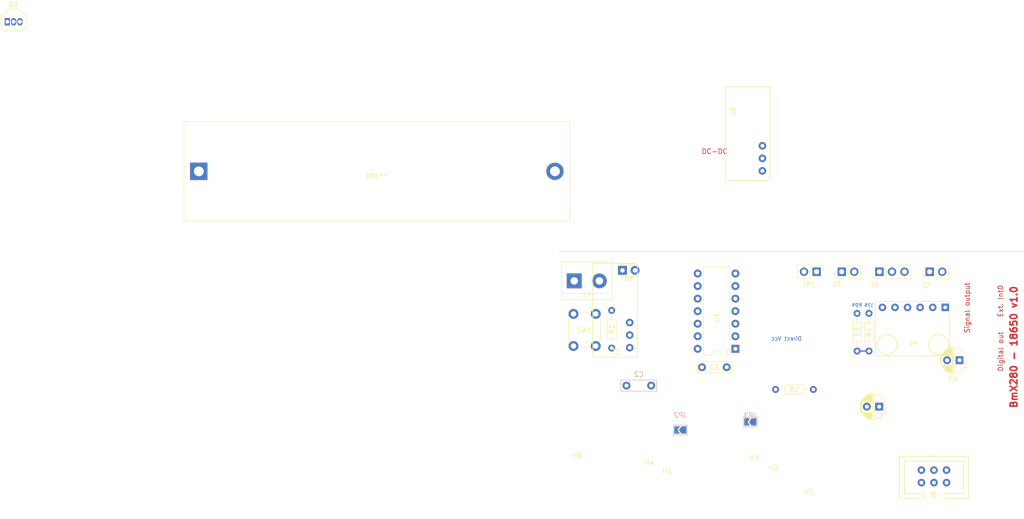
<source format=kicad_pcb>
(kicad_pcb (version 20211014) (generator pcbnew)
  (title_block (title "TinySensor Board") (date "2018-11-11") (rev "1.1"))
  (layers (0 "F.Cu" signal) (31 "B.Cu" signal) (34 "B.Paste" user) (35 "F.Paste" user) (36 "B.SilkS" user "B.Silkscreen") (37 "F.SilkS" user "F.Silkscreen") (38 "B.Mask" user) (39 "F.Mask" user) (44 "Edge.Cuts" user))
  (net 0 "")
  (net 1 "/SCL")
  (net 2 "/LED_OUT")
  (net 3 "/TX_RADIO")
  (net 4 "/SDA")
  (net 5 "GND")
  (net 6 "+BATT")
  (net 7 "/RESET")
  (net 8 "/OneWire")
  (net 9 "/MISO")
  (net 10 "VDD")
  (net 11 "Net-(JP1-Pad2)")
  (net 12 "VCC")
  (net 13 "/SENSOR_VCC")
  (net 14 "/INT0")
  (net 15 "Net-(D1-Pad1)")
  (net 16 "/DIGITAL_OUT")
  (net 18 "Net-(J8-Pad2)")
  (net 19 "Net-(U1-Pad13)")
  (footprint "Package_DIP:DIP-14_W7.62mm" (layer "F.Cu") (at 148.69176 67.69092 180)
    (fp_text reference "U1" (at 3.81 6.35 90) (layer "F.SilkS"))
    (fp_text value "ATtiny84A-PU")
    (fp_line (start 6.46 16.57) (end 6.46 -1.33) (layer "F.SilkS") (width 0.12))
    (fp_line (start 6.46 -1.33) (end 4.81 -1.33) (layer "F.SilkS") (width 0.12))
    (fp_line (start 1.16 -1.33) (end 1.16 16.57) (layer "F.SilkS") (width 0.12))
    (fp_line (start 1.16 16.57) (end 6.46 16.57) (layer "F.SilkS") (width 0.12))
    (fp_line (start 2.81 -1.33) (end 1.16 -1.33) (layer "F.SilkS") (width 0.12))
    (fp_arc (start 4.81 -1.33) (mid 3.81 -0.33) (end 2.81 -1.33) (layer "F.SilkS") (width 0.12))
    (pad "1" thru_hole rect (at 0 0 180) (size 1.6 1.6) (drill 0.8) (layers *.Cu *.Mask) (net 12 "VCC"))
    (pad "2" thru_hole oval (at 0 2.54 180) (size 1.6 1.6) (drill 0.8) (layers *.Cu *.Mask) (net 3 "/TX_RADIO"))
    (pad "3" thru_hole oval (at 0 5.08 180) (size 1.6 1.6) (drill 0.8) (layers *.Cu *.Mask) (net 2 "/LED_OUT"))
    (pad "4" thru_hole oval (at 0 7.62 180) (size 1.6 1.6) (drill 0.8) (layers *.Cu *.Mask) (net 7 "/RESET"))
    (pad "5" thru_hole oval (at 0 10.16 180) (size 1.6 1.6) (drill 0.8) (layers *.Cu *.Mask) (net 14 "/INT0"))
    (pad "6" thru_hole oval (at 0 12.7 180) (size 1.6 1.6) (drill 0.8) (layers *.Cu *.Mask) (net 16 "/DIGITAL_OUT"))
    (pad "7" thru_hole oval (at 0 15.24 180) (size 1.6 1.6) (drill 0.8) (layers *.Cu *.Mask) (net 4 "/SDA"))
    (pad "8" thru_hole oval (at 7.62 15.24 180) (size 1.6 1.6) (drill 0.8) (layers *.Cu *.Mask) (net 9 "/MISO"))
    (pad "9" thru_hole oval (at 7.62 12.7 180) (size 1.6 1.6) (drill 0.8) (layers *.Cu *.Mask) (net 1 "/SCL"))
    (pad "10" thru_hole oval (at 7.62 10.16 180) (size 1.6 1.6) (drill 0.8) (layers *.Cu *.Mask) (net 8 "/OneWire"))
    (pad "11" thru_hole oval (at 7.62 7.62 180) (size 1.6 1.6) (drill 0.8) (layers *.Cu *.Mask) (net 13 "/SENSOR_VCC"))
    (pad "12" thru_hole oval (at 7.62 5.08 180) (size 1.6 1.6) (drill 0.8) (layers *.Cu *.Mask) (net 6 "+BATT"))
    (pad "13" thru_hole oval (at 7.62 2.54 180) (size 1.6 1.6) (drill 0.8) (layers *.Cu *.Mask) (net 19 "Net-(U1-Pad13)"))
    (pad "14" thru_hole oval (at 7.62 0 180) (size 1.6 1.6) (drill 0.8) (layers *.Cu *.Mask) (net 5 "GND"))
  )
  (footprint "Connector_PinHeader_2.54mm:PinHeader_1x03_P2.54mm_Vertical" (layer "F.Cu") (at 177.81016 52.09032 90)
    (fp_text reference "J5" (at -2.6416 -0.9398 180) (layer "F.SilkS"))
    (fp_text value "Radio emitter")
    (fp_line (start -1.33 0) (end -1.33 -1.33) (layer "F.SilkS") (width 0.12))
    (fp_line (start -1.33 1.27) (end -1.33 6.41) (layer "F.SilkS") (width 0.12))
    (fp_line (start -1.33 1.27) (end 1.33 1.27) (layer "F.SilkS") (width 0.12))
    (fp_line (start -1.33 6.41) (end 1.33 6.41) (layer "F.SilkS") (width 0.12))
    (fp_line (start 1.33 1.27) (end 1.33 6.41) (layer "F.SilkS") (width 0.12))
    (fp_line (start -1.33 -1.33) (end 0 -1.33) (layer "F.SilkS") (width 0.12))
    (pad "1" thru_hole rect (at 0 0 90) (size 1.7 1.7) (drill 1) (layers *.Cu *.Mask) (net 5 "GND"))
    (pad "2" thru_hole oval (at 0 2.54 90) (size 1.7 1.7) (drill 1) (layers *.Cu *.Mask) (net 10 "VDD"))
    (pad "3" thru_hole oval (at 0 5.08 90) (size 1.7 1.7) (drill 1) (layers *.Cu *.Mask) (net 3 "/TX_RADIO"))
  )
  (footprint "TinySensor lib:BMx280_breakout" (layer "F.Cu") (at 186.03976 63.11392 180)
    (fp_text reference "J4" (at 1.31664 -3.35772) (layer "F.SilkS"))
    (fp_text value "BMx280 socket")
    (fp_line (start 9 -6) (end -6 -6) (layer "F.SilkS") (width 0.15))
    (fp_line (start -6 -6) (end -6 5) (layer "F.SilkS") (width 0.15))
    (fp_line (start -6 5) (end 9 5) (layer "F.SilkS") (width 0.15))
    (fp_line (start 9 5) (end 9 -6) (layer "F.SilkS") (width 0.15))
    (fp_circle (center 6.7 -3.714) (end 8.478 -4.73) (layer "F.SilkS") (width 0.15) (fill none))
    (fp_circle (center -3.729813 -3.714) (end -1.951813 -4.73) (layer "F.SilkS") (width 0.15) (fill none))
    (pad "1" thru_hole rect locked (at -5.08 3.81 180) (size 1.524 1.524) (drill 0.762) (layers *.Cu *.Mask) (net 13 "/SENSOR_VCC"))
    (pad "2" thru_hole circle locked (at -2.54 3.81 180) (size 1.524 1.524) (drill 0.762) (layers *.Cu *.Mask) (net 5 "GND"))
    (pad "3" thru_hole circle locked (at 0 3.81 180) (size 1.524 1.524) (drill 0.762) (layers *.Cu *.Mask) (net 1 "/SCL"))
    (pad "4" thru_hole circle locked (at 2.54 3.81 180) (size 1.524 1.524) (drill 0.762) (layers *.Cu *.Mask) (net 4 "/SDA"))
    (pad "5" thru_hole circle locked (at 5.08 3.81 180) (size 1.524 1.524) (drill 0.762) (layers *.Cu *.Mask))
    (pad "6" thru_hole circle locked (at 7.62 3.81 180) (size 1.524 1.524) (drill 0.762) (layers *.Cu *.Mask) (net 5 "GND"))
  )
  (footprint "Capacitor_THT:CP_Radial_D5.0mm_P2.50mm" (layer "F.Cu") (at 177.770673 79.39532 180)
    (fp_text reference "C1" (at 0.0254 -1.8542 180) (layer "F.SilkS"))
    (fp_text value "10u")
    (fp_line (start 2.891 1.04) (end 2.891 2.004) (layer "F.SilkS") (width 0.12))
    (fp_line (start 2.171 1.04) (end 2.171 2.414) (layer "F.SilkS") (width 0.12))
    (fp_line (start 1.69 1.04) (end 1.69 2.543) (layer "F.SilkS") (width 0.12))
    (fp_line (start 3.531 -1.251) (end 3.531 -1.04) (layer "F.SilkS") (width 0.12))
    (fp_line (start 3.491 -1.319) (end 3.491 -1.04) (layer "F.SilkS") (width 0.12))
    (fp_line (start 2.971 1.04) (end 2.971 1.937) (layer "F.SilkS") (width 0.12))
    (fp_line (start 2.691 1.04) (end 2.691 2.149) (layer "F.SilkS") (width 0.12))
    (fp_line (start 1.89 1.04) (end 1.89 2.501) (layer "F.SilkS") (width 0.12))
    (fp_line (start 2.931 -1.971) (end 2.931 -1.04) (layer "F.SilkS") (width 0.12))
    (fp_line (start 3.571 -1.178) (end 3.571 1.178) (layer "F.SilkS") (width 0.12))
    (fp_line (start 2.411 -2.31) (end 2.411 -1.04) (layer "F.SilkS") (width 0.12))
    (fp_line (start 1.85 1.04) (end 1.85 2.511) (layer "F.SilkS") (width 0.12))
    (fp_line (start 2.011 -2.468) (end 2.011 -1.04) (layer "F.SilkS") (width 0.12))
    (fp_line (start 3.011 1.04) (end 3.011 1.901) (layer "F.SilkS") (width 0.12))
    (fp_line (start 2.331 -2.348) (end 2.331 -1.04) (layer "F.SilkS") (width 0.12))
    (fp_line (start 3.531 1.04) (end 3.531 1.251) (layer "F.SilkS") (width 0.12))
    (fp_line (start 3.011 -1.901) (end 3.011 -1.04) (layer "F.SilkS") (width 0.12))
    (fp_line (start 2.731 -2.122) (end 2.731 -1.04) (layer "F.SilkS") (width 0.12))
    (fp_line (start 2.371 -2.329) (end 2.371 -1.04) (layer "F.SilkS") (width 0.12))
    (fp_line (start 2.491 1.04) (end 2.491 2.268) (layer "F.SilkS") (width 0.12))
    (fp_line (start 2.091 1.04) (end 2.091 2.442) (layer "F.SilkS") (width 0.12))
    (fp_line (start 3.091 1.04) (end 3.091 1.826) (layer "F.SilkS") (width 0.12))
    (fp_line (start 1.49 1.04) (end 1.49 2.569) (layer "F.SilkS") (width 0.12))
    (fp_line (start 1.73 -2.536) (end 1.73 -1.04) (layer "F.SilkS") (width 0.12))
    (fp_line (start 2.811 1.04) (end 2.811 2.065) (layer "F.SilkS") (width 0.12))
    (fp_line (start 2.211 1.04) (end 2.211 2.398) (layer "F.SilkS") (width 0.12))
    (fp_line (start 2.931 1.04) (end 2.931 1.971) (layer "F.SilkS") (width 0.12))
    (fp_line (start 2.331 1.04) (end 2.331 2.348) (layer "F.SilkS") (width 0.12))
    (fp_line (start 3.491 1.04) (end 3.491 1.319) (layer "F.SilkS") (width 0.12))
    (fp_line (start 2.051 1.04) (end 2.051 2.455) (layer "F.SilkS") (width 0.12))
    (fp_line (start 3.211 -1.699) (end 3.211 -1.04) (layer "F.SilkS") (width 0.12))
    (fp_line (start 1.61 1.04) (end 1.61 2.556) (layer "F.SilkS") (width 0.12))
    (fp_line (start 3.131 -1.785) (end 3.131 -1.04) (layer "F.SilkS") (width 0.12))
    (fp_line (start 3.611 -1.098) (end 3.611 1.098) (layer "F.SilkS") (width 0.12))
    (fp_line (start 2.531 1.04) (end 2.531 2.247) (layer "F.SilkS") (width 0.12))
    (fp_line (start 3.331 1.04) (end 3.331 1.554) (layer "F.SilkS") (width 0.12))
    (fp_line (start 2.291 -2.365) (end 2.291 -1.04) (layer "F.SilkS") (width 0.12))
    (fp_line (start 2.011 1.04) (end 2.011 2.468) (layer "F.SilkS") (width 0.12))
    (fp_line (start 2.771 1.04) (end 2.771 2.095) (layer "F.SilkS") (width 0.12))
    (fp_line (start 3.451 1.04) (end 3.451 1.383) (layer "F.SilkS") (width 0.12))
    (fp_line (start 2.971 -1.937) (end 2.971 -1.04) (layer "F.SilkS") (width 0.12))
    (fp_line (start 1.971 1.04) (end 1.971 2.48) (layer "F.SilkS") (width 0.12))
    (fp_line (start 2.251 1.04) (end 2.251 2.382) (layer "F.SilkS") (width 0.12))
    (fp_line (start 3.051 1.04) (end 3.051 1.864) (layer "F.SilkS") (width 0.12))
    (fp_line (start 1.73 1.04) (end 1.73 2.536) (layer "F.SilkS") (width 0.12))
    (fp_line (start 1.69 -2.543) (end 1.69 -1.04) (layer "F.SilkS") (width 0.12))
    (fp_line (start 3.851 -0.284) (end 3.851 0.284) (layer "F.SilkS") (width 0.12))
    (fp_line (start 1.41 -2.576) (end 1.41 2.576) (layer "F.SilkS") (width 0.12))
    (fp_line (start 2.651 1.04) (end 2.651 2.175) (layer "F.SilkS") (width 0.12))
    (fp_line (start 1.33 -2.579) (end 1.33 2.579) (layer "F.SilkS") (width 0.12))
    (fp_line (start 1.49 -2.569) (end 1.49 -1.04) (layer "F.SilkS") (width 0.12))
    (fp_line (start 3.411 1.04) (end 3.411 1.443) (layer "F.SilkS") (width 0.12))
    (fp_line (start 1.45 -2.573) (end 1.45 2.573) (layer "F.SilkS") (width 0.12))
    (fp_line (start 1.81 1.04) (end 1.81 2.52) (layer "F.SilkS") (width 0.12))
    (fp_line (start 1.65 -2.55) (end 1.65 -1.04) (layer "F.SilkS") (width 0.12))
    (fp_line (start 1.29 -2.58) (end 1.29 2.58) (layer "F.SilkS") (width 0.12))
    (fp_line (start 2.131 -2.428) (end 2.131 -1.04) (layer "F.SilkS") (width 0.12))
    (fp_line (start 3.451 -1.383) (end 3.451 -1.04) (layer "F.SilkS") (width 0.12))
    (fp_line (start 1.37 -2.578) (end 1.37 2.578) (layer "F.SilkS") (width 0.12))
    (fp_line (start 3.731 -0.805) (end 3.731 0.805) (layer "F.SilkS") (width 0.12))
    (fp_line (start 1.971 -2.48) (end 1.971 -1.04) (layer "F.SilkS") (width 0.12))
    (fp_line (start 1.53 -2.565) (end 1.53 -1.04) (layer "F.SilkS") (width 0.12))
    (fp_line (start 2.171 -2.414) (end 2.171 -1.04) (layer "F.SilkS") (width 0.12))
    (fp_line (start 2.091 -2.442) (end 2.091 -1.04) (layer "F.SilkS") (width 0.12))
    (fp_line (start 3.171 1.04) (end 3.171 1.743) (layer "F.SilkS") (width 0.12))
    (fp_line (start 1.53 1.04) (end 1.53 2.565) (layer "F.SilkS") (width 0.12))
    (fp_line (start 1.89 -2.501) (end 1.89 -1.04) (layer "F.SilkS") (width 0.12))
    (fp_line (start 2.691 -2.149) (end 2.691 -1.04) (layer "F.SilkS") (width 0.12))
    (fp_line (start 2.051 -2.455) (end 2.051 -1.04) (layer "F.SilkS") (width 0.12))
    (fp_line (start 2.891 -2.004) (end 2.891 -1.04) (layer "F.SilkS") (width 0.12))
    (fp_line (start 2.571 -2.224) (end 2.571 -1.04) (layer "F.SilkS") (width 0.12))
    (fp_line (start 3.411 -1.443) (end 3.411 -1.04) (layer "F.SilkS") (width 0.12))
    (fp_line (start 3.251 -1.653) (end 3.251 -1.04) (layer "F.SilkS") (width 0.12))
    (fp_line (start 3.251 1.04) (end 3.251 1.653) (layer "F.SilkS") (width 0.12))
    (fp_line (start 3.691 -0.915) (end 3.691 0.915) (layer "F.SilkS") (width 0.12))
    (fp_line (start 2.531 -2.247) (end 2.531 -1.04) (layer "F.SilkS") (width 0.12))
    (fp_line (start 2.611 1.04) (end 2.611 2.2) (layer "F.SilkS") (width 0.12))
    (fp_line (start 3.091 -1.826) (end 3.091 -1.04) (layer "F.SilkS") (width 0.12))
    (fp_line (start 2.291 1.04) (end 2.291 2.365) (layer "F.SilkS") (width 0.12))
    (fp_line (start 2.491 -2.268) (end 2.491 -1.04) (layer "F.SilkS") (width 0.12))
    (fp_line (start 2.851 1.04) (end 2.851 2.035) (layer "F.SilkS") (width 0.12))
    (fp_line (start 3.291 1.04) (end 3.291 1.605) (layer "F.SilkS") (width 0.12))
    (fp_line (start 1.77 -2.528) (end 1.77 -1.04) (layer "F.SilkS") (width 0.12))
    (fp_line (start 2.251 -2.382) (end 2.251 -1.04) (layer "F.SilkS") (width 0.12))
    (fp_line (start 2.571 1.04) (end 2.571 2.224) (layer "F.SilkS") (width 0.12))
    (fp_line (start 2.851 -2.035) (end 2.851 -1.04) (layer "F.SilkS") (width 0.12))
    (fp_line (start 3.211 1.04) (end 3.211 1.699) (layer "F.SilkS") (width 0.12))
    (fp_line (start 2.651 -2.175) (end 2.651 -1.04) (layer "F.SilkS") (width 0.12))
    (fp_line (start 2.731 1.04) (end 2.731 2.122) (layer "F.SilkS") (width 0.12))
    (fp_line (start 2.611 -2.2) (end 2.611 -1.04) (layer "F.SilkS") (width 0.12))
    (fp_line (start 3.331 -1.554) (end 3.331 -1.04) (layer "F.SilkS") (width 0.12))
    (fp_line (start 2.211 -2.398) (end 2.211 -1.04) (layer "F.SilkS") (width 0.12))
    (fp_line (start 3.131 1.04) (end 3.131 1.785) (layer "F.SilkS") (width 0.12))
    (fp_line (start 2.451 -2.29) (end 2.451 -1.04) (layer "F.SilkS") (width 0.12))
    (fp_line (start 1.77 1.04) (end 1.77 2.528) (layer "F.SilkS") (width 0.12))
    (fp_line (start 3.811 -0.518) (end 3.811 0.518) (layer "F.SilkS") (width 0.12))
    (fp_line (start 2.131 1.04) (end 2.131 2.428) (layer "F.SilkS") (width 0.12))
    (fp_line (start 3.651 -1.011) (end 3.651 1.011) (layer "F.SilkS") (width 0.12))
    (fp_line (start 1.65 1.04) (end 1.65 2.55) (layer "F.SilkS") (width 0.12))
    (fp_line (start 2.451 1.04) (end 2.451 2.29) (layer "F.SilkS") (width 0.12))
    (fp_line (start 2.411 1.04) (end 2.411 2.31) (layer "F.SilkS") (width 0.12))
    (fp_line (start 1.81 -2.52) (end 1.81 -1.04) (layer "F.SilkS") (width 0.12))
    (fp_line (start -1.304775 -1.725) (end -1.304775 -1.225) (layer "F.SilkS") (width 0.12))
    (fp_line (start 3.051 -1.864) (end 3.051 -1.04) (layer "F.SilkS") (width 0.12))
    (fp_line (start 1.25 -2.58) (end 1.25 2.58) (layer "F.SilkS") (width 0.12))
    (fp_line (start -1.554775 -1.475) (end -1.054775 -1.475) (layer "F.SilkS") (width 0.12))
    (fp_line (start 3.291 -1.605) (end 3.291 -1.04) (layer "F.SilkS") (width 0.12))
    (fp_line (start 3.371 1.04) (end 3.371 1.5) (layer "F.SilkS") (width 0.12))
    (fp_line (start 2.811 -2.065) (end 2.811 -1.04) (layer "F.SilkS") (width 0.12))
    (fp_line (start 1.57 -2.561) (end 1.57 -1.04) (layer "F.SilkS") (width 0.12))
    (fp_line (start 3.771 -0.677) (end 3.771 0.677) (layer "F.SilkS") (width 0.12))
    (fp_line (start 3.371 -1.5) (end 3.371 -1.04) (layer "F.SilkS") (width 0.12))
    (fp_line (start 1.93 1.04) (end 1.93 2.491) (layer "F.SilkS") (width 0.12))
    (fp_line (start 1.93 -2.491) (end 1.93 -1.04) (layer "F.SilkS") (width 0.12))
    (fp_line (start 3.171 -1.743) (end 3.171 -1.04) (layer "F.SilkS") (width 0.12))
    (fp_line (start 2.371 1.04) (end 2.371 2.329) (layer "F.SilkS") (width 0.12))
    (fp_line (start 1.57 1.04) (end 1.57 2.561) (layer "F.SilkS") (width 0.12))
    (fp_line (start 2.771 -2.095) (end 2.771 -1.04) (layer "F.SilkS") (width 0.12))
    (fp_line (start 1.85 -2.511) (end 1.85 -1.04) (layer "F.SilkS") (width 0.12))
    (fp_line (start 1.61 -2.556) (end 1.61 -1.04) (layer "F.SilkS") (width 0.12))
    (fp_circle (center 1.25 0) (end 3.87 0) (layer "F.SilkS") (width 0.12) (fill none))
    (pad "1" thru_hole rect (at 0 0 180) (size 1.6 1.6) (drill 0.8) (layers *.Cu *.Mask) (net 12 "VCC"))
    (pad "2" thru_hole circle (at 2.5 0 180) (size 1.6 1.6) (drill 0.8) (layers *.Cu *.Mask) (net 5 "GND"))
  )
  (footprint "LED_THT:LED_D1.8mm_W3.3mm_H2.4mm" (layer "F.Cu") (at 125.86716 51.81092)
    (fp_text reference "D1" (at 1.397 1.778) (layer "F.SilkS"))
    (fp_text value "LED")
    (fp_line (start -0.44 1.08) (end -0.44 1.26) (layer "F.SilkS") (width 0.12))
    (fp_line (start 2.98 1.095) (end 2.98 1.26) (layer "F.SilkS") (width 0.12))
    (fp_line (start -0.44 -1.26) (end 2.98 -1.26) (layer "F.SilkS") (width 0.12))
    (fp_line (start -0.2 1.08) (end -0.2 1.26) (layer "F.SilkS") (width 0.12))
    (fp_line (start -0.44 -1.26) (end -0.44 -1.08) (layer "F.SilkS") (width 0.12))
    (fp_line (start -0.2 -1.26) (end -0.2 -1.08) (layer "F.SilkS") (width 0.12))
    (fp_line (start 2.98 -1.26) (end 2.98 -1.095) (layer "F.SilkS") (width 0.12))
    (fp_line (start -0.32 1.08) (end -0.32 1.26) (layer "F.SilkS") (width 0.12))
    (fp_line (start -0.44 1.26) (end 2.98 1.26) (layer "F.SilkS") (width 0.12))
    (fp_line (start -0.32 -1.26) (end -0.32 -1.08) (layer "F.SilkS") (width 0.12))
    (pad "1" thru_hole rect (at 0 0) (size 1.8 1.8) (drill 0.9) (layers *.Cu *.Mask) (net 15 "Net-(D1-Pad1)"))
    (pad "2" thru_hole circle (at 2.54 0) (size 1.8 1.8) (drill 0.9) (layers *.Cu *.Mask) (net 5 "GND"))
  )
  (footprint "MountingHole:MountingHole_2.5mm" (layer "F.Cu") (at 139.71016 92.73032)
    (fp_text reference "H1" (at -4.8 -0.37) (layer "F.SilkS"))
    (fp_text value "MountingHole")
    (pad "" np_thru_hole circle (at 0 0) (size 2.5 2.5) (drill 2.5) (layers *.Cu *.Mask))
  )
  (footprint "MountingHole:MountingHole_2.5mm" (layer "F.Cu") (at 152.41016 92.73032)
    (fp_text reference "H3" (at 0.06 -2.96968) (layer "F.SilkS"))
    (fp_text value "MountingHole")
    (pad "" np_thru_hole circle (at 0 0) (size 2.5 2.5) (drill 2.5) (layers *.Cu *.Mask))
  )
  (footprint "MountingHole:MountingHole_2.5mm" (layer "F.Cu") (at 127.01016 92.73032)
    (fp_text reference "H4" (at 4.318 -2.032) (layer "F.SilkS"))
    (fp_text value "MountingHole")
    (pad "" np_thru_hole circle (at 0 0) (size 2.5 2.5) (drill 2.5) (layers *.Cu *.Mask))
  )
  (footprint "MountingHole:MountingHole_2.5mm" (layer "F.Cu") (at 156.82976 95.27032)
    (fp_text reference "H2" (at -0.46824 -3.50308) (layer "F.SilkS"))
    (fp_text value "MountingHole")
    (pad "" np_thru_hole circle (at 0 0) (size 2.5 2.5) (drill 2.5) (layers *.Cu *.Mask))
  )
  (footprint "Connector_PinHeader_2.54mm:PinHeader_1x02_P2.54mm_Vertical" (layer "F.Cu") (at 165.11016 52.09032 -90)
    (fp_text reference "JP1" (at 2.5654 1.5494) (layer "F.SilkS"))
    (fp_text value "LED Jumper")
    (fp_line (start -1.33 1.27) (end 1.33 1.27) (layer "F.SilkS") (width 0.12))
    (fp_line (start -1.33 -1.33) (end 0 -1.33) (layer "F.SilkS") (width 0.12))
    (fp_line (start -1.33 0) (end -1.33 -1.33) (layer "F.SilkS") (width 0.12))
    (fp_line (start -1.33 3.87) (end 1.33 3.87) (layer "F.SilkS") (width 0.12))
    (fp_line (start -1.33 1.27) (end -1.33 3.87) (layer "F.SilkS") (width 0.12))
    (fp_line (start 1.33 1.27) (end 1.33 3.87) (layer "F.SilkS") (width 0.12))
    (pad "1" thru_hole rect (at 0 0 270) (size 1.7 1.7) (drill 1) (layers *.Cu *.Mask) (net 2 "/LED_OUT"))
    (pad "2" thru_hole oval (at 0 2.54 270) (size 1.7 1.7) (drill 1) (layers *.Cu *.Mask) (net 11 "Net-(JP1-Pad2)"))
  )
  (footprint "MountingHole:MountingHole_2.5mm" (layer "F.Cu") (at 167.65016 97.81032)
    (fp_text reference "H5" (at -4.2 -1.15) (layer "F.SilkS"))
    (fp_text value "MountingHole")
    (pad "" np_thru_hole circle (at 0 0) (size 2.5 2.5) (drill 2.5) (layers *.Cu *.Mask))
  )
  (footprint "Capacitor_THT:C_Rect_L7.0mm_W2.0mm_P5.00mm" (layer "F.Cu") (at 141.93456 71.41972)
    (fp_text reference "C3" (at 2.44132 0.00884) (layer "F.SilkS"))
    (fp_text value "100n")
    (fp_line (start -1.12 -1.12) (end 6.12 -1.12) (layer "F.SilkS") (width 0.12))
    (fp_line (start -1.12 1.12) (end 6.12 1.12) (layer "F.SilkS") (width 0.12))
    (fp_line (start 6.12 -1.12) (end 6.12 1.12) (layer "F.SilkS") (width 0.12))
    (fp_line (start -1.12 -1.12) (end -1.12 1.12) (layer "F.SilkS") (width 0.12))
    (pad "1" thru_hole circle (at 0 0) (size 1.6 1.6) (drill 0.8) (layers *.Cu *.Mask) (net 5 "GND"))
    (pad "2" thru_hole circle (at 5 0) (size 1.6 1.6) (drill 0.8) (layers *.Cu *.Mask) (net 12 "VCC"))
  )
  (footprint "TinySensor lib:DC-DC_0.9v-3.3v_to_3.3v" (layer "F.Cu") (at 128.86436 69.41312 90)
    (fp_text reference "J3" (at 1.09 -4.19 90) (layer "F.SilkS"))
    (fp_text value "VCC charge pump")
    (fp_line (start 0 -9) (end 19 -9) (layer "F.SilkS") (width 0.15))
    (fp_line (start 19 -9) (end 19 0) (layer "F.SilkS") (width 0.15))
    (fp_line (start 19 0) (end 0 0) (layer "F.SilkS") (width 0.15))
    (fp_line (start 0 0) (end 0 -9) (layer "F.SilkS") (width 0.15))
    (pad "1" thru_hole circle locked (at 1.96 -1.54 90) (size 1.524 1.524) (drill 0.762) (layers *.Cu *.Mask) (net 6 "+BATT"))
    (pad "2" thru_hole circle locked (at 4.5 -1.54 90) (size 1.524 1.524) (drill 0.762) (layers *.Cu *.Mask) (net 5 "GND"))
    (pad "3" thru_hole circle locked (at 7.04 -1.54 90) (size 1.524 1.524) (drill 0.762) (layers *.Cu *.Mask) (net 12 "VCC"))
  )
  (footprint "Capacitor_THT:CP_Radial_D5.0mm_P2.50mm" (layer "F.Cu") (at 194 70 180)
    (fp_text reference "C4" (at 1.25 -3.75 180) (layer "F.SilkS"))
    (fp_text value "10u")
    (fp_line (start 2.651 -2.175) (end 2.651 -1.04) (layer "F.SilkS") (width 0.12))
    (fp_line (start 1.85 -2.511) (end 1.85 -1.04) (layer "F.SilkS") (width 0.12))
    (fp_line (start 3.091 -1.826) (end 3.091 -1.04) (layer "F.SilkS") (width 0.12))
    (fp_line (start 2.891 -2.004) (end 2.891 -1.04) (layer "F.SilkS") (width 0.12))
    (fp_line (start 3.011 1.04) (end 3.011 1.901) (layer "F.SilkS") (width 0.12))
    (fp_line (start 1.65 -2.55) (end 1.65 -1.04) (layer "F.SilkS") (width 0.12))
    (fp_line (start 2.931 -1.971) (end 2.931 -1.04) (layer "F.SilkS") (width 0.12))
    (fp_line (start 3.651 -1.011) (end 3.651 1.011) (layer "F.SilkS") (width 0.12))
    (fp_line (start 2.131 -2.428) (end 2.131 -1.04) (layer "F.SilkS") (width 0.12))
    (fp_line (start 3.051 1.04) (end 3.051 1.864) (layer "F.SilkS") (width 0.12))
    (fp_line (start 1.41 -2.576) (end 1.41 2.576) (layer "F.SilkS") (width 0.12))
    (fp_line (start 3.811 -0.518) (end 3.811 0.518) (layer "F.SilkS") (width 0.12))
    (fp_line (start 1.37 -2.578) (end 1.37 2.578) (layer "F.SilkS") (width 0.12))
    (fp_line (start 3.531 -1.251) (end 3.531 -1.04) (layer "F.SilkS") (width 0.12))
    (fp_line (start 2.491 1.04) (end 2.491 2.268) (layer "F.SilkS") (width 0.12))
    (fp_line (start 1.81 -2.52) (end 1.81 -1.04) (layer "F.SilkS") (width 0.12))
    (fp_line (start 2.411 1.04) (end 2.411 2.31) (layer "F.SilkS") (width 0.12))
    (fp_line (start 3.011 -1.901) (end 3.011 -1.04) (layer "F.SilkS") (width 0.12))
    (fp_line (start 3.251 1.04) (end 3.251 1.653) (layer "F.SilkS") (width 0.12))
    (fp_line (start 3.411 -1.443) (end 3.411 -1.04) (layer "F.SilkS") (width 0.12))
    (fp_line (start 3.411 1.04) (end 3.411 1.443) (layer "F.SilkS") (width 0.12))
    (fp_line (start 2.251 -2.382) (end 2.251 -1.04) (layer "F.SilkS") (width 0.12))
    (fp_line (start 3.491 1.04) (end 3.491 1.319) (layer "F.SilkS") (width 0.12))
    (fp_line (start 2.531 1.04) (end 2.531 2.247) (layer "F.SilkS") (width 0.12))
    (fp_line (start 3.571 -1.178) (end 3.571 1.178) (layer "F.SilkS") (width 0.12))
    (fp_line (start 3.051 -1.864) (end 3.051 -1.04) (layer "F.SilkS") (width 0.12))
    (fp_line (start 3.371 -1.5) (end 3.371 -1.04) (layer "F.SilkS") (width 0.12))
    (fp_line (start 2.771 -2.095) (end 2.771 -1.04) (layer "F.SilkS") (width 0.12))
    (fp_line (start 2.491 -2.268) (end 2.491 -1.04) (layer "F.SilkS") (width 0.12))
    (fp_line (start 1.29 -2.58) (end 1.29 2.58) (layer "F.SilkS") (width 0.12))
    (fp_line (start 2.211 -2.398) (end 2.211 -1.04) (layer "F.SilkS") (width 0.12))
    (fp_line (start -1.554775 -1.475) (end -1.054775 -1.475) (layer "F.SilkS") (width 0.12))
    (fp_line (start 3.691 -0.915) (end 3.691 0.915) (layer "F.SilkS") (width 0.12))
    (fp_line (start 3.171 -1.743) (end 3.171 -1.04) (layer "F.SilkS") (width 0.12))
    (fp_line (start 3.851 -0.284) (end 3.851 0.284) (layer "F.SilkS") (width 0.12))
    (fp_line (start 3.331 1.04) (end 3.331 1.554) (layer "F.SilkS") (width 0.12))
    (fp_line (start 2.091 1.04) (end 2.091 2.442) (layer "F.SilkS") (width 0.12))
    (fp_line (start 3.131 1.04) (end 3.131 1.785) (layer "F.SilkS") (width 0.12))
    (fp_line (start 2.731 -2.122) (end 2.731 -1.04) (layer "F.SilkS") (width 0.12))
    (fp_line (start 1.57 -2.561) (end 1.57 -1.04) (layer "F.SilkS") (width 0.12))
    (fp_line (start 1.33 -2.579) (end 1.33 2.579) (layer "F.SilkS") (width 0.12))
    (fp_line (start 2.571 1.04) (end 2.571 2.224) (layer "F.SilkS") (width 0.12))
    (fp_line (start 2.971 -1.937) (end 2.971 -1.04) (layer "F.SilkS") (width 0.12))
    (fp_line (start 2.771 1.04) (end 2.771 2.095) (layer "F.SilkS") (width 0.12))
    (fp_line (start 2.171 1.04) (end 2.171 2.414) (layer "F.SilkS") (width 0.12))
    (fp_line (start 2.371 -2.329) (end 2.371 -1.04) (layer "F.SilkS") (width 0.12))
    (fp_line (start 1.77 -2.528) (end 1.77 -1.04) (layer "F.SilkS") (width 0.12))
    (fp_line (start 1.81 1.04) (end 1.81 2.52) (layer "F.SilkS") (width 0.12))
    (fp_line (start 1.61 1.04) (end 1.61 2.556) (layer "F.SilkS") (width 0.12))
    (fp_line (start 3.131 -1.785) (end 3.131 -1.04) (layer "F.SilkS") (width 0.12))
    (fp_line (start 3.091 1.04) (end 3.091 1.826) (layer "F.SilkS") (width 0.12))
    (fp_line (start 3.171 1.04) (end 3.171 1.743) (layer "F.SilkS") (width 0.12))
    (fp_line (start 2.731 1.04) (end 2.731 2.122) (layer "F.SilkS") (width 0.12))
    (fp_line (start 2.051 -2.455) (end 2.051 -1.04) (layer "F.SilkS") (width 0.12))
    (fp_line (start 1.65 1.04) (end 1.65 2.55) (layer "F.SilkS") (width 0.12))
    (fp_line (start 2.131 1.04) (end 2.131 2.428) (layer "F.SilkS") (width 0.12))
    (fp_line (start 1.89 -2.501) (end 1.89 -1.04) (layer "F.SilkS") (width 0.12))
    (fp_line (start 3.531 1.04) (end 3.531 1.251) (layer "F.SilkS") (width 0.12))
    (fp_line (start 2.171 -2.414) (end 2.171 -1.04) (layer "F.SilkS") (width 0.12))
    (fp_line (start 3.371 1.04) (end 3.371 1.5) (layer "F.SilkS") (width 0.12))
    (fp_line (start 1.77 1.04) (end 1.77 2.528) (layer "F.SilkS") (width 0.12))
    (fp_line (start 3.771 -0.677) (end 3.771 0.677) (layer "F.SilkS") (width 0.12))
    (fp_line (start 1.73 -2.536) (end 1.73 -1.04) (layer "F.SilkS") (width 0.12))
    (fp_line (start 2.251 1.04) (end 2.251 2.382) (layer "F.SilkS") (width 0.12))
    (fp_line (start 2.691 -2.149) (end 2.691 -1.04) (layer "F.SilkS") (width 0.12))
    (fp_line (start 2.571 -2.224) (end 2.571 -1.04) (layer "F.SilkS") (width 0.12))
    (fp_line (start 3.491 -1.319) (end 3.491 -1.04) (layer "F.SilkS") (width 0.12))
    (fp_line (start 1.57 1.04) (end 1.57 2.561) (layer "F.SilkS") (width 0.12))
    (fp_line (start 2.291 -2.365) (end 2.291 -1.04) (layer "F.SilkS") (width 0.12))
    (fp_line (start 2.851 -2.035) (end 2.851 -1.04) (layer "F.SilkS") (width 0.12))
    (fp_line (start 3.211 -1.699) (end 3.211 -1.04) (layer "F.SilkS") (width 0.12))
    (fp_line (start 2.811 -2.065) (end 2.811 -1.04) (layer "F.SilkS") (width 0.12))
    (fp_line (start 2.691 1.04) (end 2.691 2.149) (layer "F.SilkS") (width 0.12))
    (fp_line (start -1.304775 -1.725) (end -1.304775 -1.225) (layer "F.SilkS") (width 0.12))
    (fp_line (start 2.451 -2.29) (end 2.451 -1.04) (layer "F.SilkS") (width 0.12))
    (fp_line (start 3.291 1.04) (end 3.291 1.605) (layer "F.SilkS") (width 0.12))
    (fp_line (start 2.411 -2.31) (end 2.411 -1.04) (layer "F.SilkS") (width 0.12))
    (fp_line (start 1.93 -2.491) (end 1.93 -1.04) (layer "F.SilkS") (width 0.12))
    (fp_line (start 1.53 1.04) (end 1.53 2.565) (layer "F.SilkS") (width 0.12))
    (fp_line (start 2.011 -2.468) (end 2.011 -1.04) (layer "F.SilkS") (width 0.12))
    (fp_line (start 2.651 1.04) (end 2.651 2.175) (layer "F.SilkS") (width 0.12))
    (fp_line (start 1.25 -2.58) (end 1.25 2.58) (layer "F.SilkS") (width 0.12))
    (fp_line (start 2.931 1.04) (end 2.931 1.971) (layer "F.SilkS") (width 0.12))
    (fp_line (start 3.211 1.04) (end 3.211 1.699) (layer "F.SilkS") (width 0.12))
    (fp_line (start 1.49 1.04) (end 1.49 2.569) (layer "F.SilkS") (width 0.12))
    (fp_line (start 3.331 -1.554) (end 3.331 -1.04) (layer "F.SilkS") (width 0.12))
    (fp_line (start 2.611 -2.2) (end 2.611 -1.04) (layer "F.SilkS") (width 0.12))
    (fp_line (start 2.051 1.04) (end 2.051 2.455) (layer "F.SilkS") (width 0.12))
    (fp_line (start 3.291 -1.605) (end 3.291 -1.04) (layer "F.SilkS") (width 0.12))
    (fp_line (start 2.011 1.04) (end 2.011 2.468) (layer "F.SilkS") (width 0.12))
    (fp_line (start 1.971 1.04) (end 1.971 2.48) (layer "F.SilkS") (width 0.12))
    (fp_line (start 3.731 -0.805) (end 3.731 0.805) (layer "F.SilkS") (width 0.12))
    (fp_line (start 1.61 -2.556) (end 1.61 -1.04) (layer "F.SilkS") (width 0.12))
    (fp_line (start 1.971 -2.48) (end 1.971 -1.04) (layer "F.SilkS") (width 0.12))
    (fp_line (start 2.611 1.04) (end 2.611 2.2) (layer "F.SilkS") (width 0.12))
    (fp_line (start 2.851 1.04) (end 2.851 2.035) (layer "F.SilkS") (width 0.12))
    (fp_line (start 1.45 -2.573) (end 1.45 2.573) (layer "F.SilkS") (width 0.12))
    (fp_line (start 3.451 -1.383) (end 3.451 -1.04) (layer "F.SilkS") (width 0.12))
    (fp_line (start 2.811 1.04) (end 2.811 2.065) (layer "F.SilkS") (width 0.12))
    (fp_line (start 1.89 1.04) (end 1.89 2.501) (layer "F.SilkS") (width 0.12))
    (fp_line (start 1.73 1.04) (end 1.73 2.536) (layer "F.SilkS") (width 0.12))
    (fp_line (start 3.611 -1.098) (end 3.611 1.098) (layer "F.SilkS") (width 0.12))
    (fp_line (start 2.331 -2.348) (end 2.331 -1.04) (layer "F.SilkS") (width 0.12))
    (fp_line (start 2.371 1.04) (end 2.371 2.329) (layer "F.SilkS") (width 0.12))
    (fp_line (start 1.49 -2.569) (end 1.49 -1.04) (layer "F.SilkS") (width 0.12))
    (fp_line (start 2.211 1.04) (end 2.211 2.398) (layer "F.SilkS") (width 0.12))
    (fp_line (start 1.93 1.04) (end 1.93 2.491) (layer "F.SilkS") (width 0.12))
    (fp_line (start 2.291 1.04) (end 2.291 2.365) (layer "F.SilkS") (width 0.12))
    (fp_line (start 2.091 -2.442) (end 2.091 -1.04) (layer "F.SilkS") (width 0.12))
    (fp_line (start 3.451 1.04) (end 3.451 1.383) (layer "F.SilkS") (width 0.12))
    (fp_line (start 1.69 -2.543) (end 1.69 -1.04) (layer "F.SilkS") (width 0.12))
    (fp_line (start 2.451 1.04) (end 2.451 2.29) (layer "F.SilkS") (width 0.12))
    (fp_line (start 2.331 1.04) (end 2.331 2.348) (layer "F.SilkS") (width 0.12))
    (fp_line (start 1.69 1.04) (end 1.69 2.543) (layer "F.SilkS") (width 0.12))
    (fp_line (start 3.251 -1.653) (end 3.251 -1.04) (layer "F.SilkS") (width 0.12))
    (fp_line (start 2.971 1.04) (end 2.971 1.937) (layer "F.SilkS") (width 0.12))
    (fp_line (start 2.891 1.04) (end 2.891 2.004) (layer "F.SilkS") (width 0.12))
    (fp_line (start 1.85 1.04) (end 1.85 2.511) (layer "F.SilkS") (width 0.12))
    (fp_line (start 2.531 -2.247) (end 2.531 -1.04) (layer "F.SilkS") (width 0.12))
    (fp_line (start 1.53 -2.565) (end 1.53 -1.04) (layer "F.SilkS") (width 0.12))
    (fp_circle (center 1.25 0) (end 3.87 0) (layer "F.SilkS") (width 0.12) (fill none))
    (pad "1" thru_hole rect (at 0 0 180) (size 1.6 1.6) (drill 0.8) (layers *.Cu *.Mask) (net 10 "VDD"))
    (pad "2" thru_hole circle (at 2.5 0 180) (size 1.6 1.6) (drill 0.8) (layers *.Cu *.Mask) (net 5 "GND"))
  )
  (footprint "Connector_PinHeader_2.54mm:PinHeader_1x02_P2.54mm_Vertical" (layer "F.Cu") (at 187.97016 52.09032 90)
    (fp_text reference "J2" (at -2.8194 -0.8382 180) (layer "F.SilkS"))
    (fp_text value "Digital out")
    (fp_line (start -1.33 1.27) (end -1.33 3.87) (layer "F.SilkS") (width 0.12))
    (fp_line (start 1.33 1.27) (end 1.33 3.87) (layer "F.SilkS") (width 0.12))
    (fp_line (start -1.33 -1.33) (end 0 -1.33) (layer "F.SilkS") (width 0.12))
    (fp_line (start -1.33 1.27) (end 1.33 1.27) (layer "F.SilkS") (width 0.12))
    (fp_line (start -1.33 0) (end -1.33 -1.33) (layer "F.SilkS") (width 0.12))
    (fp_line (start -1.33 3.87) (end 1.33 3.87) (layer "F.SilkS") (width 0.12))
    (pad "1" thru_hole rect (at 0 0 90) (size 1.7 1.7) (drill 1) (layers *.Cu *.Mask) (net 16 "/DIGITAL_OUT"))
    (pad "2" thru_hole oval (at 0 2.54 90) (size 1.7 1.7) (drill 1) (layers *.Cu *.Mask) (net 5 "GND"))
  )
  (footprint "TerminalBlock:TerminalBlock_bornier-2_P5.08mm" (layer "F.Cu") (at 116.11356 53.94452)
    (fp_text reference "J7" (at 2.54 3) (layer "F.SilkS"))
    (fp_text value "Terminal")
    (fp_line (start 7.62 -3.81) (end -2.54 -3.81) (layer "F.SilkS") (width 0.12))
    (fp_line (start -2.54 -3.81) (end -2.54 3.81) (layer "F.SilkS") (width 0.12))
    (fp_line (start 7.62 2.54) (end -2.54 2.54) (layer "F.SilkS") (width 0.12))
    (fp_line (start -2.54 3.81) (end 7.62 3.81) (layer "F.SilkS") (width 0.12))
    (fp_line (start 7.62 3.81) (end 7.62 -3.81) (layer "F.SilkS") (width 0.12))
    (pad "1" thru_hole rect (at 0 0) (size 3 3) (drill 1.52) (layers *.Cu *.Mask) (net 6 "+BATT"))
    (pad "2" thru_hole circle (at 5.08 0) (size 3 3) (drill 1.52) (layers *.Cu *.Mask) (net 5 "GND"))
  )
  (footprint "Resistor_THT:R_Axial_DIN0204_L3.6mm_D1.6mm_P7.62mm_Horizontal" (layer "F.Cu") (at 175.70196 68.14312 90)
    (fp_text reference "R4" (at 3.8 0 90) (layer "F.SilkS"))
    (fp_text value "R")
    (fp_line (start 6.68 0) (end 5.73 0) (layer "F.SilkS") (width 0.12))
    (fp_line (start 5.73 -0.92) (end 1.89 -0.92) (layer "F.SilkS") (width 0.12))
    (fp_line (start 0.94 0) (end 1.89 0) (layer "F.SilkS") (width 0.12))
    (fp_line (start 5.73 0.92) (end 5.73 -0.92) (layer "F.SilkS") (width 0.12))
    (fp_line (start 1.89 0.92) (end 5.73 0.92) (layer "F.SilkS") (width 0.12))
    (fp_line (start 1.89 -0.92) (end 1.89 0.92) (layer "F.SilkS") (width 0.12))
    (pad "1" thru_hole circle (at 0 0 90) (size 1.4 1.4) (drill 0.7) (layers *.Cu *.Mask) (net 13 "/SENSOR_VCC"))
    (pad "2" thru_hole oval (at 7.62 0 90) (size 1.4 1.4) (drill 0.7) (layers *.Cu *.Mask) (net 1 "/SCL"))
  )
  (footprint "Resistor_THT:R_Axial_DIN0204_L3.6mm_D1.6mm_P7.62mm_Horizontal" (layer "F.Cu") (at 173.30196 68.14312 90)
    (fp_text reference "R3" (at 3.832 0 90) (layer "F.SilkS"))
    (fp_text value "R")
    (fp_line (start 5.73 -0.92) (end 1.89 -0.92) (layer "F.SilkS") (width 0.12))
    (fp_line (start 0.94 0) (end 1.89 0) (layer "F.SilkS") (width 0.12))
    (fp_line (start 1.89 -0.92) (end 1.89 0.92) (layer "F.SilkS") (width 0.12))
    (fp_line (start 5.73 0.92) (end 5.73 -0.92) (layer "F.SilkS") (width 0.12))
    (fp_line (start 6.68 0) (end 5.73 0) (layer "F.SilkS") (width 0.12))
    (fp_line (start 1.89 0.92) (end 5.73 0.92) (layer "F.SilkS") (width 0.12))
    (pad "1" thru_hole circle (at 0 0 90) (size 1.4 1.4) (drill 0.7) (layers *.Cu *.Mask) (net 13 "/SENSOR_VCC"))
    (pad "2" thru_hole oval (at 7.62 0 90) (size 1.4 1.4) (drill 0.7) (layers *.Cu *.Mask) (net 4 "/SDA"))
  )
  (footprint "MountingHole:MountingHole_2.5mm" (layer "F.Cu") (at 116.85016 92.73032)
    (fp_text reference "H6" (at 0 -3.5) (layer "F.SilkS"))
    (fp_text value "MountingHole")
    (pad "" np_thru_hole circle (at 0 0) (size 2.5 2.5) (drill 2.5) (layers *.Cu *.Mask))
  )
  (footprint "Resistor_THT:R_Axial_DIN0204_L3.6mm_D1.6mm_P7.62mm_Horizontal" (layer "F.Cu") (at 123.68276 67.53352 90)
    (fp_text reference "R1" (at 3.8354 0 90) (layer "F.SilkS"))
    (fp_text value "R")
    (fp_line (start 0.94 0) (end 1.89 0) (layer "F.SilkS") (width 0.12))
    (fp_line (start 6.68 0) (end 5.73 0) (layer "F.SilkS") (width 0.12))
    (fp_line (start 1.89 -0.92) (end 1.89 0.92) (layer "F.SilkS") (width 0.12))
    (fp_line (start 5.73 0.92) (end 5.73 -0.92) (layer "F.SilkS") (width 0.12))
    (fp_line (start 1.89 0.92) (end 5.73 0.92) (layer "F.SilkS") (width 0.12))
    (fp_line (start 5.73 -0.92) (end 1.89 -0.92) (layer "F.SilkS") (width 0.12))
    (pad "1" thru_hole circle (at 0 0 90) (size 1.4 1.4) (drill 0.7) (layers *.Cu *.Mask) (net 15 "Net-(D1-Pad1)"))
    (pad "2" thru_hole oval (at 7.62 0 90) (size 1.4 1.4) (drill 0.7) (layers *.Cu *.Mask) (net 11 "Net-(JP1-Pad2)"))
  )
  (footprint "Connector_PinHeader_2.54mm:PinHeader_1x02_P2.54mm_Vertical" (layer "F.Cu") (at 170.19016 52.09032 90)
    (fp_text reference "J1" (at -2.5146 -0.9906 180) (layer "F.SilkS"))
    (fp_text value "Ext. interrupt")
    (fp_line (start -1.33 1.27) (end -1.33 3.87) (layer "F.SilkS") (width 0.12))
    (fp_line (start -1.33 3.87) (end 1.33 3.87) (layer "F.SilkS") (width 0.12))
    (fp_line (start -1.33 0) (end -1.33 -1.33) (layer "F.SilkS") (width 0.12))
    (fp_line (start 1.33 1.27) (end 1.33 3.87) (layer "F.SilkS") (width 0.12))
    (fp_line (start -1.33 1.27) (end 1.33 1.27) (layer "F.SilkS") (width 0.12))
    (fp_line (start -1.33 -1.33) (end 0 -1.33) (layer "F.SilkS") (width 0.12))
    (pad "1" thru_hole rect (at 0 0 90) (size 1.7 1.7) (drill 1) (layers *.Cu *.Mask) (net 14 "/INT0"))
    (pad "2" thru_hole oval (at 0 2.54 90) (size 1.7 1.7) (drill 1) (layers *.Cu *.Mask) (net 5 "GND"))
  )
  (footprint "TinySensor lib:ICSP_SOCKET_MINI_2x3" (layer "F.Cu") (at 181.84876 96.94672)
    (fp_text reference "J6" (at 6.8109 0.3314 90) (layer "F.SilkS"))
    (fp_text value "ISP")
    (fp_line (start 0 -5.25) (end 0 0) (layer "F.SilkS") (width 0.15))
    (fp_line (start 14 1) (end 14 0) (layer "F.SilkS") (width 0.15))
    (fp_line (start 12 -7.5) (end 14 -7.5) (layer "F.SilkS") (width 0.15))
    (fp_line (start 0 -5) (end 0 -7.5) (layer "F.SilkS") (width 0.15))
    (fp_line (start 10 1) (end 14 1) (layer "F.SilkS") (width 0.15))
    (fp_line (start 1 -1) (end 1 0) (layer "F.SilkS") (width 0.15))
    (fp_line (start 5 0) (end 5 1) (layer "F.SilkS") (width 0.15))
    (fp_line (start 13 -6.5) (end 1 -6.5) (layer "F.SilkS") (width 0.15))
    (fp_line (start 10 1) (end 9 1) (layer "F.SilkS") (width 0.15))
    (fp_line (start 6.5 -7.5) (end 12.5 -7.5) (layer "F.SilkS") (width 0.15))
    (fp_line (start 13 0) (end 13 -6.5) (layer "F.SilkS") (width 0.15))
    (fp_line (start 1 -6.5) (end 1 -0.5) (layer "F.SilkS") (width 0.15))
    (fp_line (start 0 -7.5) (end 7 -7.5) (layer "F.SilkS") (width 0.15))
    (fp_line (start 14 -7.5) (end 14 0) (layer "F.SilkS") (width 0.15))
    (fp_line (start 9 0) (end 9 1) (layer "F.SilkS") (width 0.15))
    (fp_line (start 5 0) (end 1 0) (layer "F.SilkS") (width 0.15))
    (fp_line (start 7 -7.5) (end 5.5 -7.5) (layer "F.SilkS") (width 0.15))
    (fp_line (start 13 0) (end 9 0) (layer "F.SilkS") (width 0.15))
    (fp_line (start 0 1) (end 5 1) (layer "F.SilkS") (width 0.15))
    (fp_line (start 0 0) (end 0 1) (layer "F.SilkS") (width 0.15))
    (pad "1" thru_hole circle locked (at 4.45428 -2.17488) (size 1.524 1.524) (drill 0.762) (layers *.Cu *.Mask) (net 9 "/MISO"))
    (pad "2" thru_hole circle locked (at 4.45428 -4.71488) (size 1.524 1.524) (drill 0.762) (layers *.Cu *.Mask) (net 12 "VCC"))
    (pad "3" thru_hole circle locked (at 6.99428 -2.17488) (size 1.524 1.524) (drill 0.762) (layers *.Cu *.Mask) (net 1 "/SCL"))
    (pad "4" thru_hole circle locked (at 6.99428 -4.71488) (size 1.524 1.524) (drill 0.762) (layers *.Cu *.Mask) (net 4 "/SDA"))
    (pad "5" thru_hole circle locked (at 9.53428 -2.17488) (size 1.524 1.524) (drill 0.762) (layers *.Cu *.Mask) (net 7 "/RESET"))
    (pad "6" thru_hole circle locked (at 9.53428 -4.71488) (size 1.524 1.524) (drill 0.762) (layers *.Cu *.Mask) (net 5 "GND"))
  )
  (footprint "Resistor_THT:R_Axial_DIN0204_L3.6mm_D1.6mm_P7.62mm_Horizontal" (layer "F.Cu") (at 156.82976 75.91552)
    (fp_text reference "R2" (at 3.7338 0.0508) (layer "F.SilkS"))
    (fp_text value "10k")
    (fp_line (start 1.89 0.92) (end 5.73 0.92) (layer "F.SilkS") (width 0.12))
    (fp_line (start 5.73 0.92) (end 5.73 -0.92) (layer "F.SilkS") (width 0.12))
    (fp_line (start 5.73 -0.92) (end 1.89 -0.92) (layer "F.SilkS") (width 0.12))
    (fp_line (start 1.89 -0.92) (end 1.89 0.92) (layer "F.SilkS") (width 0.12))
    (fp_line (start 0.94 0) (end 1.89 0) (layer "F.SilkS") (width 0.12))
    (fp_line (start 6.68 0) (end 5.73 0) (layer "F.SilkS") (width 0.12))
    (pad "1" thru_hole circle (at 0 0) (size 1.4 1.4) (drill 0.7) (layers *.Cu *.Mask) (net 7 "/RESET"))
    (pad "2" thru_hole oval (at 7.62 0) (size 1.4 1.4) (drill 0.7) (layers *.Cu *.Mask) (net 12 "VCC"))
  )
  (footprint "Button_Switch_THT:SW_PUSH_6mm_H4.3mm" (layer "F.Cu") (at 115.96116 67.12712 90)
    (fp_text reference "SW1" (at 3.2258 2.2352) (layer "F.SilkS"))
    (fp_text value "SW_Push")
    (fp_line (start 1 5.5) (end 5.5 5.5) (layer "F.SilkS") (width 0.12))
    (fp_line (start -0.25 1.5) (end -0.25 3) (layer "F.SilkS") (width 0.12))
    (fp_line (start 5.5 -1) (end 1 -1) (layer "F.SilkS") (width 0.12))
    (fp_line (start 6.75 3) (end 6.75 1.5) (layer "F.SilkS") (width 0.12))
    (pad "1" thru_hole circle (at 6.5 0 180) (size 2 2) (drill 1.1) (layers *.Cu *.Mask) (net 7 "/RESET"))
    (pad "1" thru_hole circle (at 0 0 180) (size 2 2) (drill 1.1) (layers *.Cu *.Mask) (net 7 "/RESET"))
    (pad "2" thru_hole circle (at 6.5 4.5 180) (size 2 2) (drill 1.1) (layers *.Cu *.Mask) (net 5 "GND"))
    (pad "2" thru_hole circle (at 0 4.5 180) (size 2 2) (drill 1.1) (layers *.Cu *.Mask) (net 5 "GND"))
  )
  (footprint "Package_TO_SOT_THT:TO-92_Inline" (layer "F.Cu") (at 1.49516 1.50532)
    (fp_text reference "Q1" (at 1.27 -3.56) (layer "F.SilkS"))
    (fp_text value "BS170")
    (fp_line (start -0.53 1.85) (end 3.07 1.85) (layer "F.SilkS") (width 0.12))
    (fp_arc (start -0.568478 1.838478) (mid -1.132087 -0.994977) (end 1.27 -2.6) (layer "F.SilkS") (width 0.12))
    (fp_arc (start 1.27 -2.6) (mid 3.672087 -0.994977) (end 3.108478 1.838478) (layer "F.SilkS") (width 0.12))
    (pad "1" thru_hole rect (at 0 0) (size 1.05 1.5) (drill 0.75) (layers *.Cu *.Mask) (net 18 "Net-(J8-Pad2)"))
    (pad "2" thru_hole oval (at 1.27 0) (size 1.05 1.5) (drill 0.75) (layers *.Cu *.Mask) (net 13 "/SENSOR_VCC"))
    (pad "3" thru_hole oval (at 2.54 0) (size 1.05 1.5) (drill 0.75) (layers *.Cu *.Mask) (net 5 "GND"))
  )
  (footprint "Battery:BatteryHolder_MPD_BH-18650-PC2" (layer "F.Cu") (at 40.21016 31.77032)
    (fp_text reference "REF**" (at 36 1) (layer "F.SilkS"))
    (fp_text value "BatteryHolder_MPD_BH-18650-PC2")
    (fp_line (start -3 10.05) (end -3 -10.05) (layer "F.SilkS") (width 0.12))
    (fp_line (start 75 -10.05) (end 75 10.05) (layer "F.SilkS") (width 0.12))
    (fp_line (start -3 -10.05) (end 75 -10.05) (layer "F.SilkS") (width 0.12))
    (fp_line (start 75 10.05) (end -3 10.05) (layer "F.SilkS") (width 0.12))
    (pad "" np_thru_hole circle (at 8.645 0) (size 3.2 3.2) (drill 3.2) (layers *.Cu *.Mask))
    (pad "" np_thru_hole circle (at 64.255 0) (size 3.2 3.2) (drill 3.2) (layers *.Cu *.Mask))
    (pad "1" thru_hole rect (at 0 0) (size 3.5 3.5) (drill 2) (layers *.Cu *.Mask))
    (pad "2" thru_hole circle (at 72 0) (size 3.5 3.5) (drill 2) (layers *.Cu *.Mask))
  )
  (footprint "TinySensor lib:DC-DC_0.9v-3.3v_to_3.3v" (layer "F.Cu") (at 155.69766 33.64282 90)
    (fp_text reference "J8" (at 14 -7.5 90) (layer "F.SilkS"))
    (fp_text value "RF charge pump")
    (fp_line (start 0 -9) (end 19 -9) (layer "F.SilkS") (width 0.15))
    (fp_line (start 19 -9) (end 19 0) (layer "F.SilkS") (width 0.15))
    (fp_line (start 0 0) (end 0 -9) (layer "F.SilkS") (width 0.15))
    (fp_line (start 19 0) (end 0 0) (layer "F.SilkS") (width 0.15))
    (pad "1" thru_hole circle locked (at 1.96 -1.54 90) (size 1.524 1.524) (drill 0.762) (layers *.Cu *.Mask) (net 10 "VDD"))
    (pad "2" thru_hole circle locked (at 4.5 -1.54 90) (size 1.524 1.524) (drill 0.762) (layers *.Cu *.Mask) (net 18 "Net-(J8-Pad2)"))
    (pad "3" thru_hole circle locked (at 7.04 -1.54 90) (size 1.524 1.524) (drill 0.762) (layers *.Cu *.Mask) (net 6 "+BATT"))
  )
  (footprint "Jumper:SolderJumper-2_P1.3mm_Open_TrianglePad1.0x1.5mm" (layer "B.Cu") (at 137.56496 84.11972 180)
    (fp_text reference "JP2" (at 0 3) (layer "B.SilkS") (effects (justify mirror)))
    (fp_text value "Bypass")
    (fp_line (start -1.4 1) (end 1.4 1) (layer "B.SilkS") (width 0.12))
    (fp_line (start 1.4 1) (end 1.4 -1) (layer "B.SilkS") (width 0.12))
    (fp_line (start 1.4 -1) (end -1.4 -1) (layer "B.SilkS") (width 0.12))
    (fp_line (start -1.4 -1) (end -1.4 1) (layer "B.SilkS") (width 0.12))
    (pad "1" smd custom (at -0.725 0 180) (size 0.3 0.3) (layers "B.Cu" "B.Mask") (net 12 "VCC") (options (clearance outline) (anchor rect)) (primitives (gr_poly (pts (xy 1 0) (xy 0.5 -0.75) (xy -0.5 -0.75) (xy -0.5 0.75) (xy 0.5 0.75)) (width 0) (fill yes))))
    (pad "2" smd custom (at 0.725 0 180) (size 0.3 0.3) (layers "B.Cu" "B.Mask") (net 6 "+BATT") (options (clearance outline) (anchor rect)) (primitives (gr_poly (pts (xy 0.5 -0.75) (xy -0.65 -0.75) (xy -0.15 0) (xy -0.65 0.75) (xy 0.5 0.75)) (width 0) (fill yes))))
  )
  (footprint "Jumper:SolderJumper-2_P1.3mm_Open_TrianglePad1.0x1.5mm" (layer "B.Cu") (at 151.72436 82.49412 180)
    (fp_text reference "JP3" (at -0.005 1.27) (layer "B.SilkS") (effects (justify mirror)))
    (fp_text value "Bypass")
    (fp_line (start 1.4 1) (end 1.4 -1) (layer "B.SilkS") (width 0.12))
    (fp_line (start -1.4 1) (end 1.4 1) (layer "B.SilkS") (width 0.12))
    (fp_line (start -1.4 -1) (end -1.4 1) (layer "B.SilkS") (width 0.12))
    (fp_line (start 1.4 -1) (end -1.4 -1) (layer "B.SilkS") (width 0.12))
    (pad "1" smd custom (at -0.725 0 180) (size 0.3 0.3) (layers "B.Cu" "B.Mask") (net 6 "+BATT") (options (clearance outline) (anchor rect)) (primitives (gr_poly (pts (xy 1 0) (xy 0.5 -0.75) (xy -0.5 -0.75) (xy -0.5 0.75) (xy 0.5 0.75)) (width 0) (fill yes))))
    (pad "2" smd custom (at 0.725 0 180) (size 0.3 0.3) (layers "B.Cu" "B.Mask") (net 10 "VDD") (options (clearance outline) (anchor rect)) (primitives (gr_poly (pts (xy 0.5 -0.75) (xy -0.65 -0.75) (xy -0.15 0) (xy -0.65 0.75) (xy 0.5 0.75)) (width 0) (fill yes))))
  )
  (footprint "Capacitor_THT:C_Rect_L7.0mm_W2.0mm_P5.00mm" (layer "B.Cu") (at 131.66916 75.12812 180)
    (fp_text reference "C2" (at 2.5 2.25) (layer "B.SilkS") (effects (justify mirror)))
    (fp_text value "100n")
    (fp_line (start -1.12 1.12) (end -1.12 -1.12) (layer "B.SilkS") (width 0.12))
    (fp_line (start -1.12 -1.12) (end 6.12 -1.12) (layer "B.SilkS") (width 0.12))
    (fp_line (start 6.12 1.12) (end 6.12 -1.12) (layer "B.SilkS") (width 0.12))
    (fp_line (start -1.12 1.12) (end 6.12 1.12) (layer "B.SilkS") (width 0.12))
    (pad "1" thru_hole circle (at 0 0 180) (size 1.6 1.6) (drill 0.8) (layers *.Cu *.Mask) (net 19 "Net-(U1-Pad13)"))
    (pad "2" thru_hole circle (at 5 0 180) (size 1.6 1.6) (drill 0.8) (layers *.Cu *.Mask) (net 5 "GND"))
  )
  (gr_line (start 147 68) (end 147 69) (layer "F.SilkS") (width 0.2))
  (gr_line (start 207 48) (end 113 48) (layer "Edge.Cuts") (width 0.1))
  (gr_text "BmX280 - 18650 v1.0" (at 204.98816 67.33032 90) (layer "F.Cu") (effects (font (size 1.4 1.4) (thickness 0.3))))
  (gr_text "Ext. Int0" (at 202.29576 58.03392 90) (layer "F.Cu") (effects (font (size 1 1) (thickness 0.125))))
  (gr_text "Digital out" (at 202.32116 68.24472 90) (layer "F.Cu") (effects (font (size 1 1) (thickness 0.125))))
  (gr_text "DC-DC" (at 144.51076 27.73172) (layer "F.Cu") (effects (font (size 1 1) (thickness 0.125))))
  (gr_text "Signal output" (at 195.56 59.39 90) (layer "F.Cu") (effects (font (size 1 1) (thickness 0.125))))
  (gr_text "scl\n" (at 175.63628 58.88848 180) (layer "B.Cu") (effects (font (size 0.8 0.8) (thickness 0.125)) (justify mirror)))
  (gr_text "sda\n" (at 173.28424 58.86308 180) (layer "B.Cu") (effects (font (size 0.8 0.8) (thickness 0.125)) (justify mirror)))
  (gr_text "Direct Vcc" (at 159.01416 65.62852) (layer "B.Cu") (effects (font (size 0.8 0.8) (thickness 0.125)) (justify mirror)))
  (segment (start 173.30196 68.14312) (end 175.70196 68.14312) (width 0.25) (layer "B.Cu") (net 13))
)
</source>
